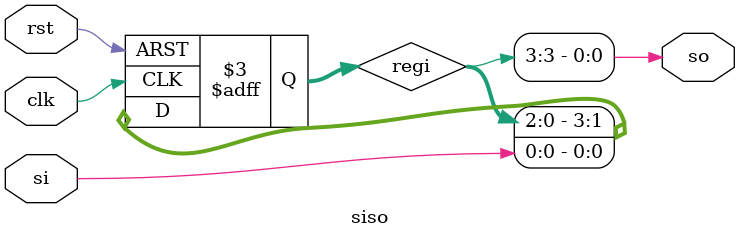
<source format=v>
module siso(si,rst,clk,so);
input rst,clk,si;
output so;
reg [3:0] regi;
always @(posedge(clk),negedge(rst))
begin
	if(!rst) 
	begin
		regi=4'b0000;
	end
	else
	begin
		regi[3]=regi[2];
		regi[2]=regi[1];
		regi[1]=regi[0];
		regi[0]=si;



	end
end
assign so=regi[3];
endmodule

</source>
